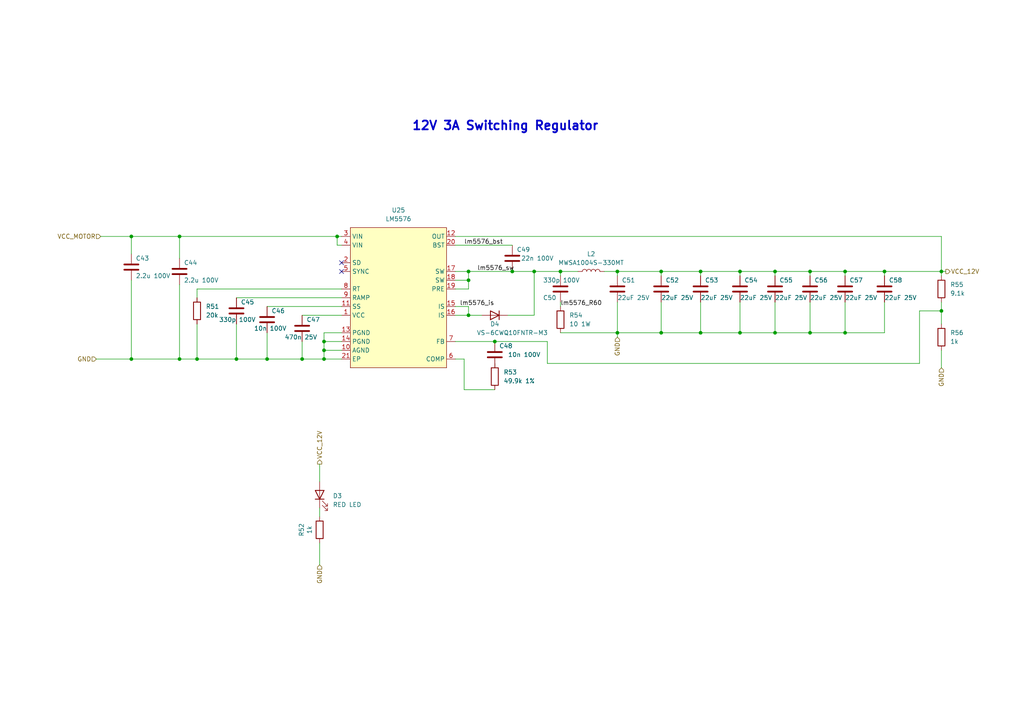
<source format=kicad_sch>
(kicad_sch (version 20211123) (generator eeschema)
  (paper "A4")
  (lib_symbols
    (symbol "Device:C" (pin_numbers hide) (pin_names (offset 0.254))
      (property "Reference" "C" (at 0.635 2.54 0))
      (property "Value" "C" (at 0.635 -2.54 0))
      (symbol "C_0_1"
        (polyline (pts (xy -2.032 -0.762) (xy 2.032 -0.762)) (stroke (width 0.508)))
        (polyline (pts (xy -2.032 0.762) (xy 2.032 0.762)) (stroke (width 0.508)))
      )
      (symbol "C_1_1"
        (pin passive line (at 0 3.81 270) (length 2.794) (name "~") (number "1"))
        (pin passive line (at 0 -3.81 90) (length 2.794) (name "~") (number "2"))
      )
    )
    (symbol "Device:D" (pin_numbers hide) (pin_names (offset 1.016) hide)
      (property "Reference" "D" (at 0 2.54 0))
      (property "Value" "D" (at 0 -2.54 0))
      (symbol "D_0_1"
        (polyline (pts (xy -1.27 1.27) (xy -1.27 -1.27)) (stroke (width 0.254)))
        (polyline (pts (xy 1.27 0) (xy -1.27 0)))
        (polyline (pts (xy 1.27 1.27) (xy 1.27 -1.27) (xy -1.27 0) (xy 1.27 1.27)) (stroke (width 0.254)))
      )
      (symbol "D_1_1"
        (pin passive line (at -3.81 0 0) (length 2.54) (name "K") (number "1"))
        (pin passive line (at 3.81 0 180) (length 2.54) (name "A") (number "2"))
      )
    )
    (symbol "Device:L" (pin_numbers hide) (pin_names (offset 1.016) hide)
      (property "Reference" "L" (at -1.27 0 90))
      (property "Value" "L" (at 1.905 0 90))
      (symbol "L_0_1"
        (arc (start 0 -2.54) (mid 0.635 -1.905) (end 0 -1.27))
        (arc (start 0 -1.27) (mid 0.635 -0.635) (end 0 0))
        (arc (start 0 0) (mid 0.635 0.635) (end 0 1.27))
        (arc (start 0 1.27) (mid 0.635 1.905) (end 0 2.54))
      )
      (symbol "L_1_1"
        (pin passive line (at 0 3.81 270) (length 1.27) (name "1") (number "1"))
        (pin passive line (at 0 -3.81 90) (length 1.27) (name "2") (number "2"))
      )
    )
    (symbol "Device:LED" (pin_numbers hide) (pin_names (offset 1.016) hide)
      (property "Reference" "D" (at 0 2.54 0))
      (property "Value" "LED" (at 0 -2.54 0))
      (symbol "LED_0_1"
        (polyline (pts (xy -1.27 -1.27) (xy -1.27 1.27)) (stroke (width 0.254)))
        (polyline (pts (xy -1.27 0) (xy 1.27 0)))
        (polyline (pts (xy 1.27 -1.27) (xy 1.27 1.27) (xy -1.27 0) (xy 1.27 -1.27)) (stroke (width 0.254)))
        (polyline (pts (xy -3.048 -0.762) (xy -4.572 -2.286) (xy -3.81 -2.286) (xy -4.572 -2.286) (xy -4.572 -1.524)))
        (polyline (pts (xy -1.778 -0.762) (xy -3.302 -2.286) (xy -2.54 -2.286) (xy -3.302 -2.286) (xy -3.302 -1.524)))
      )
      (symbol "LED_1_1"
        (pin passive line (at -3.81 0 0) (length 2.54) (name "K") (number "1"))
        (pin passive line (at 3.81 0 180) (length 2.54) (name "A") (number "2"))
      )
    )
    (symbol "Device:R" (pin_numbers hide) (pin_names (offset 0))
      (property "Reference" "R" (at 2.032 0 90))
      (property "Value" "R" (at 0 0 90))
      (symbol "R_0_1"
        (rectangle (start -1.016 -2.54) (end 1.016 2.54) (stroke (width 0.254)))
      )
      (symbol "R_1_1"
        (pin passive line (at 0 3.81 270) (length 1.27) (name "~") (number "1"))
        (pin passive line (at 0 -3.81 90) (length 1.27) (name "~") (number "2"))
      )
    )
    (symbol "QuarkCncQuadDriver:LM5576"
      (property "Reference" "U" (at 2.54 2.54 0))
      (property "Value" "LM5576" (at 12.7 -43.18 0))
      (symbol "LM5576_0_1"
        (rectangle (start 0 0) (end 27.94 -40.64) (stroke (width 0.1524)) (fill (type background)))
      )
      (symbol "LM5576_1_1"
        (pin power_in line (at -2.54 -25.4 0) (length 2.54) (name "VCC") (number "1"))
        (pin power_in line (at -2.54 -35.56 0) (length 2.54) (name "AGND") (number "10"))
        (pin output line (at -2.54 -22.86 0) (length 2.54) (name "SS") (number "11"))
        (pin power_out line (at 30.48 -2.54 180) (length 2.54) (name "OUT") (number "12"))
        (pin power_in line (at -2.54 -30.48 0) (length 2.54) (name "PGND") (number "13"))
        (pin power_in line (at -2.54 -33.02 0) (length 2.54) (name "PGND") (number "14"))
        (pin input line (at 30.48 -22.86 180) (length 2.54) (name "IS") (number "15"))
        (pin input line (at 30.48 -25.4 180) (length 2.54) (name "IS") (number "16"))
        (pin output line (at 30.48 -12.7 180) (length 2.54) (name "SW") (number "17"))
        (pin output line (at 30.48 -15.24 180) (length 2.54) (name "SW") (number "18"))
        (pin output line (at 30.48 -17.78 180) (length 2.54) (name "PRE") (number "19"))
        (pin input line (at -2.54 -10.16 0) (length 2.54) (name "SD") (number "2"))
        (pin output line (at 30.48 -5.08 180) (length 2.54) (name "BST") (number "20"))
        (pin power_in line (at -2.54 -38.1 0) (length 2.54) (name "EP") (number "21"))
        (pin power_in line (at -2.54 -2.54 0) (length 2.54) (name "VIN") (number "3"))
        (pin power_in line (at -2.54 -5.08 0) (length 2.54) (name "VIN") (number "4"))
        (pin bidirectional line (at -2.54 -12.7 0) (length 2.54) (name "SYNC") (number "5"))
        (pin output line (at 30.48 -38.1 180) (length 2.54) (name "COMP") (number "6"))
        (pin input line (at 30.48 -33.02 180) (length 2.54) (name "FB") (number "7"))
        (pin input line (at -2.54 -17.78 0) (length 2.54) (name "RT") (number "8"))
        (pin output line (at -2.54 -20.32 0) (length 2.54) (name "RAMP") (number "9"))
      )
    )
  )
  (junction (at 38.1 104.14))
  (junction (at 191.77 96.52))
  (junction (at 52.07 68.58))
  (junction (at 77.47 104.14))
  (junction (at 256.54 78.74))
  (junction (at 224.79 96.52))
  (junction (at 234.95 96.52))
  (junction (at 97.79 68.58))
  (junction (at 87.63 104.14))
  (junction (at 224.79 78.74))
  (junction (at 203.2 96.52))
  (junction (at 143.51 99.06))
  (junction (at 273.05 78.74))
  (junction (at 52.07 104.14))
  (junction (at 234.95 78.74))
  (junction (at 214.63 96.52))
  (junction (at 191.77 78.74))
  (junction (at 93.98 104.14))
  (junction (at 245.11 78.74))
  (junction (at 245.11 96.52))
  (junction (at 273.05 90.17))
  (junction (at 179.07 78.74))
  (junction (at 162.56 78.74))
  (junction (at 93.98 99.06))
  (junction (at 135.89 81.28))
  (junction (at 135.89 78.74))
  (junction (at 148.59 78.74))
  (junction (at 93.98 101.6))
  (junction (at 38.1 68.58))
  (junction (at 68.58 104.14))
  (junction (at 214.63 78.74))
  (junction (at 154.94 78.74))
  (junction (at 203.2 78.74))
  (junction (at 135.89 91.44))
  (junction (at 57.15 104.14))
  (junction (at 179.07 96.52))
  (no_connect (at 99.06 76.2))
  (no_connect (at 99.06 78.74))
  (wire (pts (xy 148.59 78.74) (xy 154.94 78.74)))
  (wire (pts (xy 154.94 78.74) (xy 162.56 78.74)))
  (wire (pts (xy 52.07 68.58) (xy 52.07 74.93)))
  (wire (pts (xy 92.71 157.48) (xy 92.71 163.83)))
  (wire (pts (xy 132.08 71.12) (xy 148.59 71.12)))
  (wire (pts (xy 132.08 81.28) (xy 135.89 81.28)))
  (wire (pts (xy 132.08 88.9) (xy 135.89 88.9)))
  (wire (pts (xy 191.77 78.74) (xy 191.77 80.01)))
  (wire (pts (xy 132.08 91.44) (xy 135.89 91.44)))
  (wire (pts (xy 158.75 105.41) (xy 158.75 99.06)))
  (wire (pts (xy 87.63 104.14) (xy 93.98 104.14)))
  (wire (pts (xy 273.05 78.74) (xy 273.05 80.01)))
  (wire (pts (xy 191.77 87.63) (xy 191.77 96.52)))
  (wire (pts (xy 29.21 68.58) (xy 38.1 68.58)))
  (wire (pts (xy 203.2 87.63) (xy 203.2 96.52)))
  (wire (pts (xy 52.07 104.14) (xy 38.1 104.14)))
  (wire (pts (xy 77.47 88.9) (xy 99.06 88.9)))
  (wire (pts (xy 93.98 104.14) (xy 99.06 104.14)))
  (wire (pts (xy 256.54 78.74) (xy 273.05 78.74)))
  (wire (pts (xy 179.07 80.01) (xy 179.07 78.74)))
  (wire (pts (xy 245.11 87.63) (xy 245.11 96.52)))
  (wire (pts (xy 162.56 96.52) (xy 179.07 96.52)))
  (wire (pts (xy 175.26 78.74) (xy 179.07 78.74)))
  (wire (pts (xy 179.07 78.74) (xy 191.77 78.74)))
  (wire (pts (xy 191.77 78.74) (xy 203.2 78.74)))
  (wire (pts (xy 162.56 87.63) (xy 162.56 88.9)))
  (wire (pts (xy 179.07 96.52) (xy 191.77 96.52)))
  (wire (pts (xy 234.95 96.52) (xy 224.79 96.52)))
  (wire (pts (xy 266.7 90.17) (xy 273.05 90.17)))
  (wire (pts (xy 92.71 147.32) (xy 92.71 149.86)))
  (wire (pts (xy 273.05 90.17) (xy 273.05 93.98)))
  (wire (pts (xy 179.07 96.52) (xy 179.07 97.79)))
  (wire (pts (xy 132.08 83.82) (xy 135.89 83.82)))
  (wire (pts (xy 256.54 87.63) (xy 256.54 96.52)))
  (wire (pts (xy 245.11 78.74) (xy 245.11 80.01)))
  (wire (pts (xy 134.62 104.14) (xy 132.08 104.14)))
  (wire (pts (xy 266.7 105.41) (xy 266.7 90.17)))
  (wire (pts (xy 203.2 96.52) (xy 214.63 96.52)))
  (wire (pts (xy 245.11 96.52) (xy 234.95 96.52)))
  (wire (pts (xy 92.71 134.62) (xy 92.71 139.7)))
  (wire (pts (xy 93.98 96.52) (xy 93.98 99.06)))
  (wire (pts (xy 93.98 99.06) (xy 93.98 101.6)))
  (wire (pts (xy 93.98 101.6) (xy 93.98 104.14)))
  (wire (pts (xy 99.06 96.52) (xy 93.98 96.52)))
  (wire (pts (xy 214.63 78.74) (xy 224.79 78.74)))
  (wire (pts (xy 77.47 104.14) (xy 68.58 104.14)))
  (wire (pts (xy 143.51 106.68) (xy 143.51 105.41)))
  (wire (pts (xy 68.58 93.98) (xy 68.58 104.14)))
  (wire (pts (xy 52.07 82.55) (xy 52.07 104.14)))
  (wire (pts (xy 132.08 68.58) (xy 273.05 68.58)))
  (wire (pts (xy 147.32 91.44) (xy 154.94 91.44)))
  (wire (pts (xy 135.89 78.74) (xy 148.59 78.74)))
  (wire (pts (xy 245.11 78.74) (xy 256.54 78.74)))
  (wire (pts (xy 77.47 96.52) (xy 77.47 104.14)))
  (wire (pts (xy 93.98 101.6) (xy 99.06 101.6)))
  (wire (pts (xy 87.63 91.44) (xy 99.06 91.44)))
  (wire (pts (xy 203.2 80.01) (xy 203.2 78.74)))
  (wire (pts (xy 135.89 78.74) (xy 135.89 81.28)))
  (wire (pts (xy 203.2 78.74) (xy 214.63 78.74)))
  (wire (pts (xy 162.56 78.74) (xy 162.56 80.01)))
  (wire (pts (xy 93.98 99.06) (xy 99.06 99.06)))
  (wire (pts (xy 191.77 96.52) (xy 203.2 96.52)))
  (wire (pts (xy 132.08 78.74) (xy 135.89 78.74)))
  (wire (pts (xy 234.95 87.63) (xy 234.95 96.52)))
  (wire (pts (xy 234.95 78.74) (xy 245.11 78.74)))
  (wire (pts (xy 68.58 86.36) (xy 99.06 86.36)))
  (wire (pts (xy 87.63 99.06) (xy 87.63 104.14)))
  (wire (pts (xy 224.79 87.63) (xy 224.79 96.52)))
  (wire (pts (xy 27.94 104.14) (xy 38.1 104.14)))
  (wire (pts (xy 97.79 71.12) (xy 97.79 68.58)))
  (wire (pts (xy 99.06 71.12) (xy 97.79 71.12)))
  (wire (pts (xy 224.79 78.74) (xy 224.79 80.01)))
  (wire (pts (xy 154.94 78.74) (xy 154.94 91.44)))
  (wire (pts (xy 162.56 78.74) (xy 167.64 78.74)))
  (wire (pts (xy 135.89 81.28) (xy 135.89 83.82)))
  (wire (pts (xy 135.89 91.44) (xy 139.7 91.44)))
  (wire (pts (xy 87.63 104.14) (xy 77.47 104.14)))
  (wire (pts (xy 256.54 96.52) (xy 245.11 96.52)))
  (wire (pts (xy 256.54 78.74) (xy 256.54 80.01)))
  (wire (pts (xy 234.95 78.74) (xy 234.95 80.01)))
  (wire (pts (xy 273.05 68.58) (xy 273.05 78.74)))
  (wire (pts (xy 273.05 101.6) (xy 273.05 106.68)))
  (wire (pts (xy 52.07 104.14) (xy 57.15 104.14)))
  (wire (pts (xy 134.62 113.03) (xy 134.62 104.14)))
  (wire (pts (xy 135.89 88.9) (xy 135.89 91.44)))
  (wire (pts (xy 158.75 105.41) (xy 266.7 105.41)))
  (wire (pts (xy 38.1 68.58) (xy 52.07 68.58)))
  (wire (pts (xy 38.1 73.66) (xy 38.1 68.58)))
  (wire (pts (xy 97.79 68.58) (xy 99.06 68.58)))
  (wire (pts (xy 68.58 104.14) (xy 57.15 104.14)))
  (wire (pts (xy 38.1 81.28) (xy 38.1 104.14)))
  (wire (pts (xy 179.07 87.63) (xy 179.07 96.52)))
  (wire (pts (xy 224.79 78.74) (xy 234.95 78.74)))
  (wire (pts (xy 143.51 113.03) (xy 134.62 113.03)))
  (wire (pts (xy 214.63 78.74) (xy 214.63 80.01)))
  (wire (pts (xy 52.07 68.58) (xy 97.79 68.58)))
  (wire (pts (xy 57.15 83.82) (xy 57.15 86.36)))
  (wire (pts (xy 99.06 83.82) (xy 57.15 83.82)))
  (wire (pts (xy 273.05 78.74) (xy 274.32 78.74)))
  (wire (pts (xy 132.08 99.06) (xy 143.51 99.06)))
  (wire (pts (xy 214.63 96.52) (xy 224.79 96.52)))
  (wire (pts (xy 273.05 87.63) (xy 273.05 90.17)))
  (wire (pts (xy 57.15 93.98) (xy 57.15 104.14)))
  (wire (pts (xy 143.51 99.06) (xy 158.75 99.06)))
  (wire (pts (xy 214.63 87.63) (xy 214.63 96.52)))
  (text "12V 3A Switching Regulator" (at 119.38 38.1 0) (effects (font (size 2.54 2.54) bold) (justify left bottom)))
  (label "lm5576_bst" (at 134.62 71.12 0))
  (label "lm5576_is" (at 133.35 88.9 0))
  (label "lm5576_sw" (at 138.43 78.74 0))
  (label "lm5576_R60" (at 162.56 88.9 0))
  (hierarchical_label "GND" (shape input) (at 27.94 104.14 180))
  (hierarchical_label "GND" (shape input) (at 273.05 106.68 270))
  (hierarchical_label "GND" (shape input) (at 179.07 97.79 270))
  (hierarchical_label "VCC_MOTOR" (shape input) (at 29.21 68.58 180))
  (hierarchical_label "VCC_12V" (shape output) (at 92.71 134.62 90))
  (hierarchical_label "GND" (shape input) (at 92.71 163.83 270))
  (hierarchical_label "VCC_12V" (shape output) (at 274.32 78.74 0))
  (symbol (lib_id "Device:C") (at 191.77 83.82 0) (unit 1)
    (property "Reference" "C52" (at 193.04 81.2799 0) (effects (justify left)))
    (property "Value" "22uF 25V" (at 191.77 86.3599 0) (effects (justify left)))
    (property "Footprint" "Capacitor_SMD:C_1206_3216Metric" (effects hide))
    (property "LCSC" "C12891" (effects hide))
  )
  (symbol (lib_id "Device:C") (at 148.59 74.93 0) (unit 1)
    (property "Reference" "C49" (at 149.86 72.3899 0) (effects (justify left)))
    (property "Value" "22n 100V" (at 151.13 74.9299 0) (effects (justify left)))
    (property "Footprint" "Capacitor_SMD:C_0805_2012Metric" (effects hide))
    (property "LCSC" "C107137" (effects hide))
  )
  (symbol (lib_id "Device:C") (at 234.95 83.82 0) (unit 1)
    (property "Reference" "C56" (at 236.22 81.28 0) (effects (justify left)))
    (property "Value" "22uF 25V" (at 234.95 86.36 0) (effects (justify left)))
    (property "Footprint" "Capacitor_SMD:C_1206_3216Metric" (effects hide))
    (property "LCSC" "C12891" (effects hide))
  )
  (symbol (lib_id "Device:C") (at 162.56 83.82 0) (unit 1)
    (property "Reference" "C50" (at 157.48 86.36 0) (effects (justify left)))
    (property "Value" "330p 100V" (at 157.48 81.28 0) (effects (justify left)))
    (property "Footprint" "Capacitor_SMD:C_0805_2012Metric" (effects hide))
    (property "LCSC" "C113820" (effects hide))
  )
  (symbol (lib_id "Device:R") (at 92.71 153.67 0) (unit 1)
    (property "Reference" "R52" (at 87.4522 153.67 90))
    (property "Value" "1k" (at 89.7636 153.67 90))
    (property "Footprint" "Resistor_SMD:R_1206_3216Metric" (effects hide))
    (property "LCSC" "C4410" (effects hide))
  )
  (symbol (lib_id "Device:C") (at 77.47 92.71 0) (unit 1)
    (property "Reference" "C46" (at 78.74 90.1699 0) (effects (justify left)))
    (property "Value" "10n 100V" (at 73.66 95.2499 0) (effects (justify left)))
    (property "Footprint" "Capacitor_SMD:C_0805_2012Metric" (effects hide))
    (property "LCSC" "C107135" (effects hide))
  )
  (symbol (lib_id "Device:C") (at 38.1 77.47 0) (unit 1)
    (property "Reference" "C43" (at 39.37 74.9299 0) (effects (justify left)))
    (property "Value" "2.2u 100V" (at 39.37 80.0099 0) (effects (justify left)))
    (property "Footprint" "Capacitor_SMD:C_1206_3216Metric" (effects hide))
    (property "LCSC" "C170101" (effects hide))
  )
  (symbol (lib_id "Device:C") (at 52.07 78.74 0) (unit 1)
    (property "Reference" "C44" (at 53.34 76.1999 0) (effects (justify left)))
    (property "Value" "2.2u 100V" (at 53.34 81.2799 0) (effects (justify left)))
    (property "Footprint" "Capacitor_SMD:C_1206_3216Metric" (effects hide))
    (property "LCSC" "C170101" (effects hide))
  )
  (symbol (lib_id "Device:C") (at 203.2 83.82 0) (unit 1)
    (property "Reference" "C53" (at 204.47 81.2799 0) (effects (justify left)))
    (property "Value" "22uF 25V" (at 203.2 86.3599 0) (effects (justify left)))
    (property "Footprint" "Capacitor_SMD:C_1206_3216Metric" (effects hide))
    (property "LCSC" "C12891" (effects hide))
  )
  (symbol (lib_id "Device:D") (at 143.51 91.44 180) (unit 1)
    (property "Reference" "D4" (at 143.51 93.98 0))
    (property "Value" "VS-6CWQ10FNTR-M3" (at 148.59 96.52 0))
    (property "Footprint" "PersonnalFootprintLibrary:VS-6CWQ10FNTR-M3" (effects hide))
    (property "LCSC" "C468124" (effects hide))
  )
  (symbol (lib_id "Device:C") (at 256.54 83.82 0) (unit 1)
    (property "Reference" "C58" (at 257.81 81.28 0) (effects (justify left)))
    (property "Value" "22uF 25V" (at 256.54 86.36 0) (effects (justify left)))
    (property "Footprint" "Capacitor_SMD:C_1206_3216Metric" (effects hide))
    (property "LCSC" "C12891" (effects hide))
  )
  (symbol (lib_id "Device:L") (at 171.45 78.74 90) (unit 1)
    (property "Reference" "L2" (at 171.45 73.66 90))
    (property "Value" "MWSA1004S-330MT" (at 171.45 76.2 90))
    (property "Footprint" "QuarkCncQuadDriver:MWSA1004S-330MT" (effects hide))
    (property "LCSC" "C408490" (effects hide))
  )
  (symbol (lib_id "QuarkCncQuadDriver:LM5576") (at 101.6 66.04 0) (unit 1)
    (property "Reference" "U25" (at 115.57 60.96 0))
    (property "Value" "LM5576" (at 115.57 63.5 0))
    (property "Footprint" "Package_SO:HTSSOP-20-1EP_4.4x6.5mm_P0.65mm_EP2.85x4mm" (effects hide))
    (property "LCSC" "C62562" (effects hide))
  )
  (symbol (lib_id "Device:C") (at 224.79 83.82 0) (unit 1)
    (property "Reference" "C55" (at 226.06 81.2799 0) (effects (justify left)))
    (property "Value" "22uF 25V" (at 224.79 86.3599 0) (effects (justify left)))
    (property "Footprint" "Capacitor_SMD:C_1206_3216Metric" (effects hide))
    (property "LCSC" "C12891" (effects hide))
  )
  (symbol (lib_id "Device:LED") (at 92.71 143.51 90) (unit 1)
    (property "Reference" "D3" (at 96.52 143.8274 90) (effects (justify right)))
    (property "Value" "RED LED" (at 96.52 146.3674 90) (effects (justify right)))
    (property "Footprint" "LED_SMD:LED_0805_2012Metric" (effects hide))
    (property "LCSC" "C84256" (effects hide))
  )
  (symbol (lib_id "Device:C") (at 179.07 83.82 0) (unit 1)
    (property "Reference" "C51" (at 180.34 81.2799 0) (effects (justify left)))
    (property "Value" "22uF 25V" (at 179.07 86.3599 0) (effects (justify left)))
    (property "Footprint" "Capacitor_SMD:C_1206_3216Metric" (effects hide))
    (property "LCSC" "C12891" (effects hide))
  )
  (symbol (lib_id "Device:R") (at 273.05 97.79 0) (unit 1)
    (property "Reference" "R56" (at 275.59 96.5199 0) (effects (justify left)))
    (property "Value" "1k" (at 275.59 99.0599 0) (effects (justify left)))
    (property "Footprint" "Resistor_SMD:R_0603_1608Metric" (effects hide))
    (property "LCSC" "C21190" (effects hide))
  )
  (symbol (lib_id "Device:C") (at 214.63 83.82 0) (unit 1)
    (property "Reference" "C54" (at 215.9 81.2799 0) (effects (justify left)))
    (property "Value" "22uF 25V" (at 214.63 86.3599 0) (effects (justify left)))
    (property "Footprint" "Capacitor_SMD:C_1206_3216Metric" (effects hide))
    (property "LCSC" "C12891" (effects hide))
  )
  (symbol (lib_id "Device:R") (at 162.56 92.71 0) (unit 1)
    (property "Reference" "R54" (at 165.1 91.4399 0) (effects (justify left)))
    (property "Value" "10 1W" (at 165.1 93.9799 0) (effects (justify left)))
    (property "Footprint" "Resistor_SMD:R_2512_6332Metric" (effects hide))
    (property "LCSC" "C47019" (effects hide))
  )
  (symbol (lib_id "Device:C") (at 245.11 83.82 0) (unit 1)
    (property "Reference" "C57" (at 246.38 81.28 0) (effects (justify left)))
    (property "Value" "22uF 25V" (at 245.11 86.36 0) (effects (justify left)))
    (property "Footprint" "Capacitor_SMD:C_1206_3216Metric" (effects hide))
    (property "LCSC" "C12891" (effects hide))
  )
  (symbol (lib_id "Device:R") (at 57.15 90.17 0) (unit 1)
    (property "Reference" "R51" (at 59.69 88.8999 0) (effects (justify left)))
    (property "Value" "20k" (at 59.69 91.4399 0) (effects (justify left)))
    (property "Footprint" "Resistor_SMD:R_0805_2012Metric" (effects hide))
    (property "LCSC" "C4328" (effects hide))
  )
  (symbol (lib_id "Device:C") (at 68.58 90.17 0) (unit 1)
    (property "Reference" "C45" (at 69.85 87.6299 0) (effects (justify left)))
    (property "Value" "330p 100V" (at 63.5 92.7099 0) (effects (justify left)))
    (property "Footprint" "Capacitor_SMD:C_0805_2012Metric" (effects hide))
    (property "LCSC" "C113820" (effects hide))
  )
  (symbol (lib_id "Device:R") (at 143.51 109.22 0) (unit 1)
    (property "Reference" "R53" (at 146.05 107.9499 0) (effects (justify left)))
    (property "Value" "49.9k 1%" (at 146.05 110.4899 0) (effects (justify left)))
    (property "Footprint" "Resistor_SMD:R_0805_2012Metric" (effects hide))
    (property "LCSC" "C17719" (effects hide))
  )
  (symbol (lib_id "Device:C") (at 143.51 102.87 0) (unit 1)
    (property "Reference" "C48" (at 144.78 100.3299 0) (effects (justify left)))
    (property "Value" "10n 100V" (at 147.32 102.8699 0) (effects (justify left)))
    (property "Footprint" "Capacitor_SMD:C_0805_2012Metric" (effects hide))
    (property "LCSC" "C107135" (effects hide))
  )
  (symbol (lib_id "Device:R") (at 273.05 83.82 0) (unit 1)
    (property "Reference" "R55" (at 275.59 82.5499 0) (effects (justify left)))
    (property "Value" "9.1k" (at 275.59 85.0899 0) (effects (justify left)))
    (property "Footprint" "Resistor_SMD:R_0603_1608Metric" (effects hide))
    (property "LCSC" "C23260" (effects hide))
  )
  (symbol (lib_id "Device:C") (at 87.63 95.25 0) (unit 1)
    (property "Reference" "C47" (at 88.9 92.7099 0) (effects (justify left)))
    (property "Value" "470n 25V" (at 82.55 97.7899 0) (effects (justify left)))
    (property "Footprint" "Capacitor_SMD:C_0603_1608Metric" (effects hide))
    (property "LCSC" "C1623" (effects hide))
  )
)
</source>
